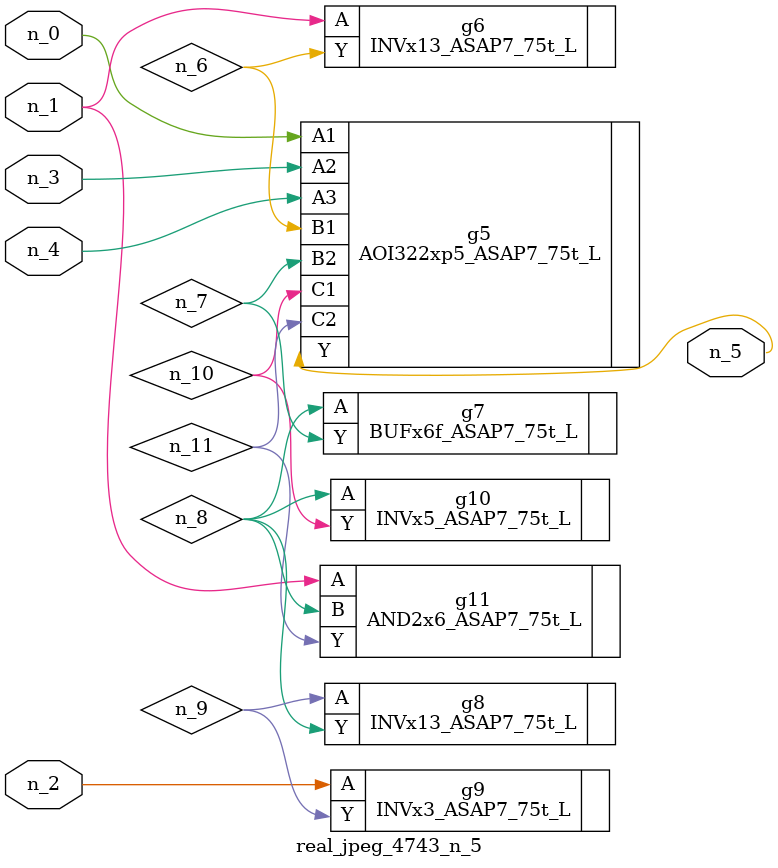
<source format=v>
module real_jpeg_4743_n_5 (n_4, n_0, n_1, n_2, n_3, n_5);

input n_4;
input n_0;
input n_1;
input n_2;
input n_3;

output n_5;

wire n_8;
wire n_11;
wire n_6;
wire n_7;
wire n_10;
wire n_9;

AOI322xp5_ASAP7_75t_L g5 ( 
.A1(n_0),
.A2(n_3),
.A3(n_4),
.B1(n_6),
.B2(n_7),
.C1(n_10),
.C2(n_11),
.Y(n_5)
);

INVx13_ASAP7_75t_L g6 ( 
.A(n_1),
.Y(n_6)
);

AND2x6_ASAP7_75t_L g11 ( 
.A(n_1),
.B(n_8),
.Y(n_11)
);

INVx3_ASAP7_75t_L g9 ( 
.A(n_2),
.Y(n_9)
);

BUFx6f_ASAP7_75t_L g7 ( 
.A(n_8),
.Y(n_7)
);

INVx5_ASAP7_75t_L g10 ( 
.A(n_8),
.Y(n_10)
);

INVx13_ASAP7_75t_L g8 ( 
.A(n_9),
.Y(n_8)
);


endmodule
</source>
